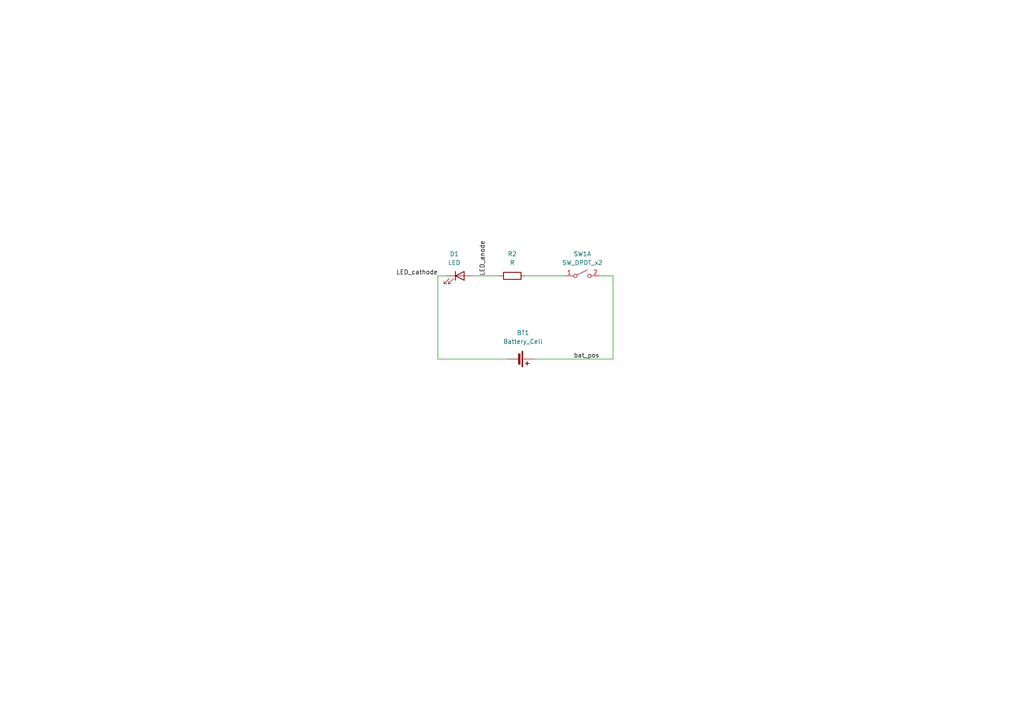
<source format=kicad_sch>
(kicad_sch (version 20250114) (generator "eeschema") (generator_version "9.0")
  (paper "A4")
  (title_block (title "Project 1 LED Torch") (date "2025-10-19") (rev "1"))
  (lib_symbols
    (symbol "Device:Battery_Cell" (pin_numbers (hide yes)) (pin_names (offset 0) (hide yes))
      (property "Reference" "BT" (at 2.54 2.54 0))
      (property "Value" "Battery_Cell" (at 2.54 0 0))
      (symbol "Battery_Cell_0_1"
        (rectangle (start -2.286 1.778) (end 2.286 1.524) (fill (type outline)))
        (rectangle (start -1.524 1.016) (end 1.524 0.508) (fill (type outline)))
        (polyline (pts (xy 0 1.778) (xy 0 2.54)))
        (polyline (pts (xy 0 0.762) (xy 0 0)))
        (polyline (pts (xy 0.762 3.048) (xy 1.778 3.048)) (stroke (width 0.254)))
        (polyline (pts (xy 1.27 3.556) (xy 1.27 2.54)) (stroke (width 0.254)))
      )
      (symbol "Battery_Cell_1_1"
        (pin passive line (at 0 5.08 270) (length 2.54) (name "+") (number "1"))
        (pin passive line (at 0 -2.54 90) (length 2.54) (name "-") (number "2"))
      )
    )
    (symbol "Device:LED" (pin_numbers (hide yes)) (pin_names (offset 1.016) (hide yes))
      (property "Reference" "D" (at 0 2.54 0))
      (property "Value" "LED" (at 0 -2.54 0))
      (symbol "LED_0_1"
        (polyline (pts (xy -3.048 -0.762) (xy -4.572 -2.286) (xy -3.81 -2.286) (xy -4.572 -2.286) (xy -4.572 -1.524)))
        (polyline (pts (xy -1.778 -0.762) (xy -3.302 -2.286) (xy -2.54 -2.286) (xy -3.302 -2.286) (xy -3.302 -1.524)))
        (polyline (pts (xy -1.27 0) (xy 1.27 0)))
        (polyline (pts (xy -1.27 -1.27) (xy -1.27 1.27)) (stroke (width 0.254)))
        (polyline (pts (xy 1.27 -1.27) (xy 1.27 1.27) (xy -1.27 0) (xy 1.27 -1.27)) (stroke (width 0.254)))
      )
      (symbol "LED_1_1"
        (pin passive line (at -3.81 0 0) (length 2.54) (name "K") (number "1"))
        (pin passive line (at 3.81 0 180) (length 2.54) (name "A") (number "2"))
      )
    )
    (symbol "Device:R" (pin_numbers (hide yes)) (pin_names (offset 0))
      (property "Reference" "R" (at 2.032 0 90))
      (property "Value" "R" (at 0 0 90))
      (symbol "R_0_1"
        (rectangle (start -1.016 -2.54) (end 1.016 2.54) (stroke (width 0.254)))
      )
      (symbol "R_1_1"
        (pin passive line (at 0 3.81 270) (length 1.27) (name "~") (number "1"))
        (pin passive line (at 0 -3.81 90) (length 1.27) (name "~") (number "2"))
      )
    )
    (symbol "Switch:SW_DPST_x2" (pin_names (offset 0) (hide yes))
      (property "Reference" "SW" (at 0 3.175 0))
      (property "Value" "SW_DPST_x2" (at 0 -2.54 0))
      (symbol "SW_DPST_x2_0_0"
        (circle (center -2.032 0) (radius 0.508))
        (polyline (pts (xy -1.524 0.254) (xy 1.524 1.778)))
        (circle (center 2.032 0) (radius 0.508))
      )
      (symbol "SW_DPST_x2_1_1"
        (pin passive line (at -5.08 0 0) (length 2.54) (name "A") (number "1"))
        (pin passive line (at 5.08 0 180) (length 2.54) (name "B") (number "2"))
      )
      (symbol "SW_DPST_x2_2_1"
        (pin passive line (at -5.08 0 0) (length 2.54) (name "A") (number "3"))
        (pin passive line (at 5.08 0 180) (length 2.54) (name "B") (number "4"))
      )
    )
  )
  (wire (pts (xy 154.94 104.14) (xy 177.8 104.14)))
  (wire (pts (xy 127 80.01) (xy 127 104.14)))
  (wire (pts (xy 127 104.14) (xy 147.32 104.14)))
  (wire (pts (xy 177.8 80.01) (xy 177.8 104.14)))
  (wire (pts (xy 173.99 80.01) (xy 177.8 80.01)))
  (wire (pts (xy 137.16 80.01) (xy 144.78 80.01)))
  (wire (pts (xy 152.4 80.01) (xy 163.83 80.01)))
  (wire (pts (xy 129.54 80.01) (xy 127 80.01)))
  (label "LED_anode" (at 140.97 80.01 90))
  (label "bat_pos" (at 166.37 104.14 0))
  (label "LED_cathode" (at 127 80.01 180))
  (symbol (lib_id "Device:LED") (at 133.35 80.01 0) (unit 1)
    (property "Reference" "D1" (at 131.7625 73.66 0))
    (property "Value" "LED" (at 131.7625 76.2 0))
    (property "Footprint" "LED_THT:LED_D5.0mm" (effects (hide yes)))
    (property "Description" "Light emitting diode" (effects (hide yes)))
    (property "Sim.Pins" "1=K 2=A" (effects (hide yes)))
  )
  (symbol (lib_id "Device:R") (at 148.59 80.01 270) (unit 1)
    (property "Reference" "R2" (at 148.59 73.66 90))
    (property "Value" "R" (at 148.59 76.2 90))
    (property "Footprint" "Resistor_THT:R_Axial_DIN0204_L3.6mm_D1.6mm_P7.62mm_Horizontal" (effects (hide yes)))
    (property "Description" "Resistor" (effects (hide yes)))
  )
  (symbol (lib_id "Device:Battery_Cell") (at 149.86 104.14 270) (unit 1)
    (property "Reference" "BT1" (at 151.7015 96.52 90))
    (property "Value" "Battery_Cell" (at 151.7015 99.06 90))
    (property "Footprint" "Battery:BatteryHolder_Keystone_1058_1x2032" (effects (hide yes)))
    (property "Description" "Single-cell battery" (effects (hide yes)))
  )
  (symbol (lib_id "Switch:SW_DPST_x2") (at 168.91 80.01 0) (unit 1)
    (property "Reference" "SW1" (at 168.91 73.66 0))
    (property "Value" "SW_DPDT_x2" (at 168.91 76.2 0))
    (property "Footprint" "Button_Switch_THT:SW_TH_Tactile_Omron_B3F-100x" (effects (hide yes)))
    (property "Description" "Single Pole Single Throw (SPST) switch, separate symbol" (effects (hide yes)))
  )
)
</source>
